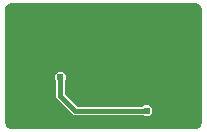
<source format=gbl>
G04 EAGLE Gerber X2 export*
%TF.Part,Single*%
%TF.FileFunction,Other,Bottom Copper*%
%TF.FilePolarity,Positive*%
%TF.GenerationSoftware,Autodesk,EAGLE,9.6.2*%
%TF.CreationDate,2024-01-02T09:51:12Z*%
G75*
%MOMM*%
%FSLAX34Y34*%
%LPD*%
%INBottom Copper*%
%AMOC8*
5,1,8,0,0,1.08239X$1,22.5*%
G01*
%ADD10C,0.604000*%
%ADD11C,0.406400*%

G36*
X164526Y3815D02*
X164526Y3815D01*
X164575Y3814D01*
X165634Y3919D01*
X165661Y3926D01*
X165689Y3926D01*
X165850Y3973D01*
X167807Y4783D01*
X167863Y4818D01*
X167923Y4844D01*
X167988Y4896D01*
X168016Y4913D01*
X168029Y4928D01*
X168054Y4948D01*
X169552Y6446D01*
X169590Y6499D01*
X169636Y6546D01*
X169676Y6619D01*
X169695Y6646D01*
X169701Y6664D01*
X169717Y6693D01*
X170527Y8650D01*
X170533Y8677D01*
X170547Y8702D01*
X170581Y8866D01*
X170686Y9925D01*
X170684Y9952D01*
X170689Y10000D01*
X170689Y104200D01*
X170685Y104226D01*
X170686Y104275D01*
X170581Y105334D01*
X170574Y105361D01*
X170574Y105389D01*
X170527Y105550D01*
X169717Y107507D01*
X169682Y107563D01*
X169656Y107623D01*
X169604Y107688D01*
X169587Y107716D01*
X169572Y107729D01*
X169552Y107754D01*
X168054Y109252D01*
X168001Y109290D01*
X167954Y109336D01*
X167881Y109376D01*
X167854Y109395D01*
X167836Y109401D01*
X167807Y109417D01*
X165850Y110227D01*
X165823Y110233D01*
X165798Y110247D01*
X165634Y110281D01*
X164575Y110386D01*
X164551Y110384D01*
X164536Y110386D01*
X164532Y110386D01*
X164500Y110389D01*
X10000Y110389D01*
X9978Y110386D01*
X9964Y110386D01*
X9961Y110385D01*
X9925Y110386D01*
X8866Y110281D01*
X8839Y110274D01*
X8811Y110274D01*
X8650Y110227D01*
X6693Y109417D01*
X6637Y109382D01*
X6577Y109356D01*
X6512Y109304D01*
X6484Y109287D01*
X6471Y109272D01*
X6446Y109252D01*
X4948Y107754D01*
X4910Y107701D01*
X4864Y107654D01*
X4824Y107581D01*
X4805Y107554D01*
X4799Y107536D01*
X4783Y107507D01*
X3973Y105550D01*
X3967Y105523D01*
X3953Y105498D01*
X3919Y105334D01*
X3814Y104275D01*
X3816Y104248D01*
X3811Y104200D01*
X3811Y10000D01*
X3815Y9974D01*
X3814Y9925D01*
X3919Y8866D01*
X3926Y8839D01*
X3926Y8811D01*
X3973Y8650D01*
X4783Y6693D01*
X4818Y6637D01*
X4844Y6577D01*
X4896Y6512D01*
X4913Y6484D01*
X4928Y6471D01*
X4948Y6446D01*
X6446Y4948D01*
X6499Y4910D01*
X6546Y4864D01*
X6619Y4824D01*
X6646Y4805D01*
X6664Y4799D01*
X6693Y4783D01*
X8650Y3973D01*
X8677Y3967D01*
X8702Y3953D01*
X8866Y3919D01*
X9925Y3814D01*
X9952Y3816D01*
X10000Y3811D01*
X164500Y3811D01*
X164526Y3815D01*
G37*
%LPC*%
G36*
X121942Y14505D02*
X121942Y14505D01*
X121177Y15270D01*
X121104Y15323D01*
X121034Y15383D01*
X121004Y15395D01*
X120978Y15414D01*
X120891Y15441D01*
X120806Y15475D01*
X120765Y15479D01*
X120743Y15486D01*
X120710Y15485D01*
X120639Y15493D01*
X62027Y15493D01*
X47243Y30277D01*
X47243Y44439D01*
X47229Y44529D01*
X47221Y44620D01*
X47209Y44650D01*
X47204Y44682D01*
X47161Y44763D01*
X47125Y44846D01*
X47099Y44879D01*
X47088Y44899D01*
X47065Y44921D01*
X47020Y44977D01*
X46255Y45742D01*
X46255Y49508D01*
X48917Y52170D01*
X52683Y52170D01*
X55345Y49508D01*
X55345Y45742D01*
X54580Y44977D01*
X54527Y44904D01*
X54467Y44834D01*
X54455Y44804D01*
X54436Y44778D01*
X54409Y44691D01*
X54375Y44606D01*
X54371Y44565D01*
X54364Y44543D01*
X54365Y44510D01*
X54357Y44439D01*
X54357Y33539D01*
X54371Y33448D01*
X54379Y33358D01*
X54391Y33328D01*
X54396Y33296D01*
X54439Y33215D01*
X54475Y33131D01*
X54501Y33099D01*
X54512Y33078D01*
X54535Y33056D01*
X54580Y33000D01*
X64750Y22830D01*
X64824Y22777D01*
X64894Y22717D01*
X64924Y22705D01*
X64950Y22686D01*
X65037Y22659D01*
X65122Y22625D01*
X65163Y22621D01*
X65185Y22614D01*
X65217Y22615D01*
X65289Y22607D01*
X120639Y22607D01*
X120729Y22621D01*
X120820Y22629D01*
X120850Y22641D01*
X120882Y22646D01*
X120963Y22689D01*
X121046Y22725D01*
X121079Y22751D01*
X121099Y22762D01*
X121121Y22785D01*
X121177Y22830D01*
X121942Y23595D01*
X125708Y23595D01*
X128370Y20933D01*
X128370Y17167D01*
X125708Y14505D01*
X121942Y14505D01*
G37*
%LPD*%
D10*
X146050Y104775D03*
X50800Y47625D03*
D11*
X50800Y31750D02*
X63500Y19050D01*
X50800Y31750D02*
X50800Y47625D01*
X63500Y19050D02*
X123825Y19050D01*
D10*
X123825Y19050D03*
M02*

</source>
